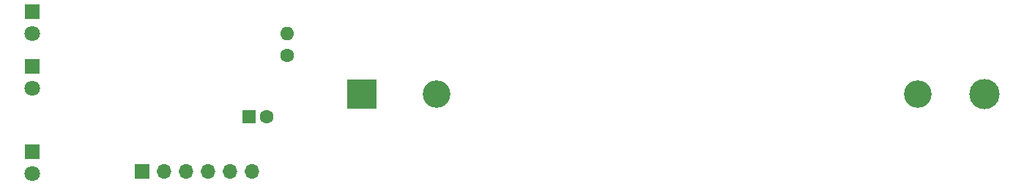
<source format=gbr>
%TF.GenerationSoftware,KiCad,Pcbnew,8.0.3-8.0.3-0~ubuntu20.04.1*%
%TF.CreationDate,2024-07-19T14:21:33-04:00*%
%TF.ProjectId,schematics,73636865-6d61-4746-9963-732e6b696361,rev?*%
%TF.SameCoordinates,Original*%
%TF.FileFunction,Soldermask,Bot*%
%TF.FilePolarity,Negative*%
%FSLAX46Y46*%
G04 Gerber Fmt 4.6, Leading zero omitted, Abs format (unit mm)*
G04 Created by KiCad (PCBNEW 8.0.3-8.0.3-0~ubuntu20.04.1) date 2024-07-19 14:21:33*
%MOMM*%
%LPD*%
G01*
G04 APERTURE LIST*
%ADD10C,1.600000*%
%ADD11O,1.600000X1.600000*%
%ADD12R,1.700000X1.700000*%
%ADD13O,1.700000X1.700000*%
%ADD14R,1.600000X1.600000*%
%ADD15R,1.800000X1.800000*%
%ADD16C,1.800000*%
%ADD17C,3.200000*%
%ADD18R,3.500000X3.500000*%
%ADD19C,3.500000*%
G04 APERTURE END LIST*
D10*
%TO.C,R_C1*%
X105664000Y-145034000D03*
D11*
X105664000Y-142494000D03*
%TD*%
D12*
%TO.C,J1*%
X88900000Y-158496000D03*
D13*
X91440000Y-158496000D03*
X93980000Y-158496000D03*
X96520000Y-158496000D03*
X99060000Y-158496000D03*
X101600000Y-158496000D03*
%TD*%
D14*
%TO.C,C1*%
X101279888Y-152146000D03*
D10*
X103279888Y-152146000D03*
%TD*%
D15*
%TO.C,D1*%
X76200000Y-146324000D03*
D16*
X76200000Y-148864000D03*
%TD*%
D15*
%TO.C,D2*%
X76200000Y-139974000D03*
D16*
X76200000Y-142514000D03*
%TD*%
D15*
%TO.C,Q3*%
X76200000Y-156230000D03*
D16*
X76200000Y-158770000D03*
%TD*%
D17*
%TO.C,BT1*%
X122945000Y-149500000D03*
X178555000Y-149500000D03*
D18*
X114300000Y-149500000D03*
D19*
X186300000Y-149500000D03*
%TD*%
M02*

</source>
